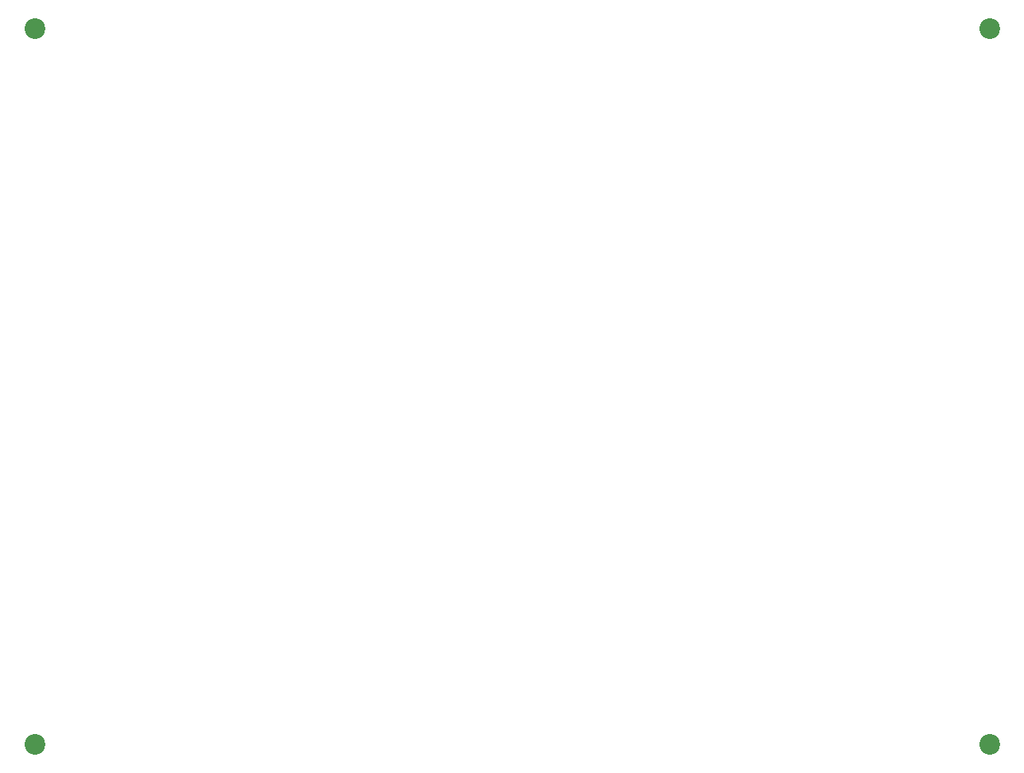
<source format=gbr>
%TF.GenerationSoftware,KiCad,Pcbnew,7.0.9*%
%TF.CreationDate,2023-11-17T21:16:10+09:00*%
%TF.ProjectId,Bottom,426f7474-6f6d-42e6-9b69-6361645f7063,rev?*%
%TF.SameCoordinates,Original*%
%TF.FileFunction,Soldermask,Bot*%
%TF.FilePolarity,Negative*%
%FSLAX46Y46*%
G04 Gerber Fmt 4.6, Leading zero omitted, Abs format (unit mm)*
G04 Created by KiCad (PCBNEW 7.0.9) date 2023-11-17 21:16:10*
%MOMM*%
%LPD*%
G01*
G04 APERTURE LIST*
%ADD10C,2.200000*%
G04 APERTURE END LIST*
D10*
%TO.C,Ref\u002A\u002A*%
X120650000Y-184150000D03*
%TD*%
%TO.C,Ref\u002A\u002A*%
X19050000Y-184150000D03*
%TD*%
%TO.C,Ref\u002A\u002A*%
X120650000Y-107950000D03*
%TD*%
%TO.C,Ref\u002A\u002A*%
X19050000Y-107950000D03*
%TD*%
M02*

</source>
